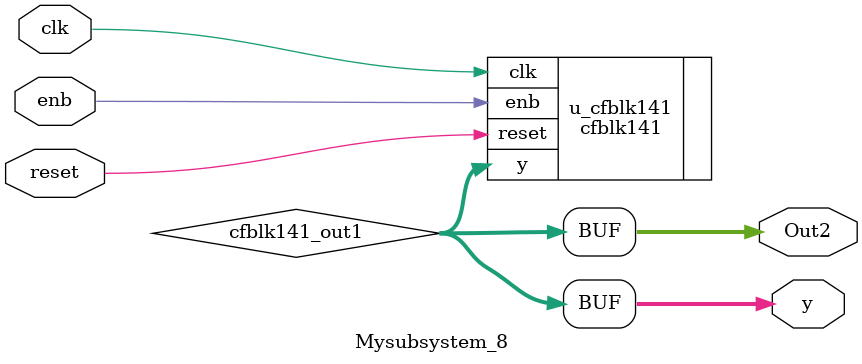
<source format=v>



`timescale 1 ns / 1 ns

module Mysubsystem_8
          (clk,
           reset,
           enb,
           y,
           Out2);


  input   clk;
  input   reset;
  input   enb;
  output  [7:0] y;  // uint8
  output  [7:0] Out2;  // uint8


  wire [7:0] cfblk141_out1;  // uint8


  cfblk141 u_cfblk141 (.clk(clk),
                       .reset(reset),
                       .enb(enb),
                       .y(cfblk141_out1)  // uint8
                       );

  assign y = cfblk141_out1;

  assign Out2 = cfblk141_out1;

endmodule  // Mysubsystem_8


</source>
